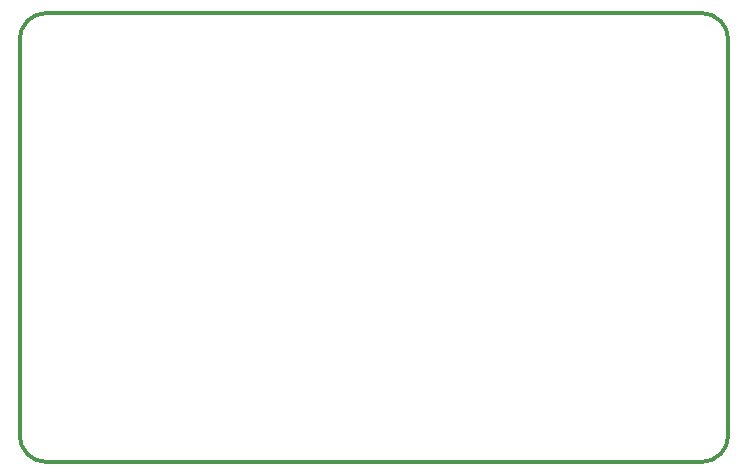
<source format=gko>
G04 Layer_Color=16711935*
%FSLAX25Y25*%
%MOIN*%
G70*
G01*
G75*
%ADD41C,0.01181*%
D41*
X8858Y149606D02*
G03*
X0Y140748I0J-8858D01*
G01*
X236221D02*
G03*
X227362Y149606I-8858J0D01*
G01*
Y0D02*
G03*
X236221Y8858I0J8858D01*
G01*
X0D02*
G03*
X8858Y0I8858J0D01*
G01*
X0Y8858D02*
Y140748D01*
X8858Y149606D02*
Y149606D01*
Y149606D02*
X227362D01*
Y149606D01*
X236221Y8858D02*
Y140748D01*
X8858Y0D02*
X227362D01*
M02*

</source>
